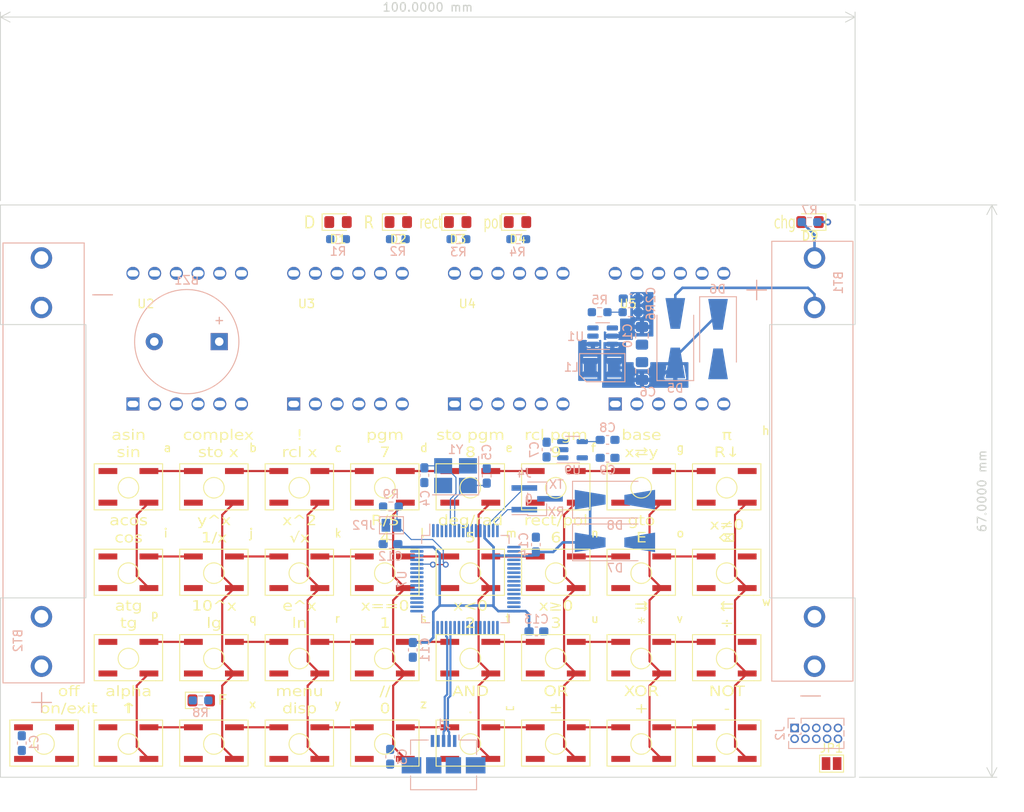
<source format=kicad_pcb>
(kicad_pcb (version 20221018) (generator pcbnew)
  (layers (0 "F.Cu" signal) (31 "B.Cu" signal) (34 "B.Paste" user) (35 "F.Paste" user) (36 "B.SilkS" user "B.Silkscreen") (37 "F.SilkS" user "F.Silkscreen") (38 "B.Mask" user) (39 "F.Mask" user) (44 "Edge.Cuts" user))
  (net 0 "")
  (net 1 "+BATT")
  (net 2 "GND")
  (net 3 "Net-(BZ1--)")
  (net 4 "Net-(U7-PB12)")
  (net 5 "+5V")
  (net 6 "Net-(U1-FB)")
  (net 7 "Net-(J1-Shield)")
  (net 8 "Net-(U7-PH0)")
  (net 9 "Net-(U7-PH1)")
  (net 10 "Net-(U9-ADJ)")
  (net 11 "+3V3")
  (net 12 "Net-(D1-K)")
  (net 13 "Net-(D2-K)")
  (net 14 "Net-(D3-K)")
  (net 15 "Net-(D4-K)")
  (net 16 "Vusb")
  (net 17 "/VDD_MCU")
  (net 18 "Net-(D9-K)")
  (net 19 "/USB_D-")
  (net 20 "/USB_D+")
  (net 22 "/swdio")
  (net 23 "/swclk")
  (net 28 "/rst")
  (net 29 "Net-(JP2-A)")
  (net 30 "/LD1")
  (net 31 "/LD2")
  (net 32 "/LD3")
  (net 33 "/LD4")
  (net 34 "Net-(D10-K)")
  (net 35 "/Keys/R1")
  (net 36 "/Keys/R2")
  (net 37 "/Keys/R3")
  (net 38 "/Keys/R4")
  (net 39 "/Keys/K1")
  (net 40 "/Keys/K2")
  (net 41 "/Keys/K3")
  (net 42 "/Keys/K4")
  (net 43 "/Keys/K5")
  (net 44 "/Keys/K6")
  (net 45 "/Keys/K7")
  (net 46 "/Keys/K8")
  (net 47 "/D5")
  (net 48 "/D4")
  (net 49 "/DISP0")
  (net 50 "/A1")
  (net 51 "/A0")
  (net 52 "/D0")
  (net 53 "/D1")
  (net 54 "/D2")
  (net 55 "/D3")
  (net 56 "/D6")
  (net 57 "/DISP1")
  (net 58 "/DISP2")
  (net 59 "/DISP3")
  (net 61 "/USART4_TX")
  (net 62 "/USART4_RX")
  (net 63 "/LD5")
  (net 71 "/SWDIO")
  (net 72 "/SWCLK")
  (net 75 "/5vEN")
  (net 76 "/Power/BATT{slash}2")
  (net 77 "/Power/SMPS_IN")
  (net 78 "/Power/SMPS_SW")
  (footprint "footprints:PTS526" (layer "F.Cu") (at 160.975 131 90)
    (fp_text reference "SW25" hide)
    (fp_text value "SW_Push")
  )
  (footprint "footprints:PTS526" (layer "F.Cu") (at 170.975 131 90)
    (fp_text reference "SW29" hide)
    (fp_text value "SW_Push")
  )
  (footprint "footprints:PTS526" (layer "F.Cu") (at 140.975 131 90)
    (fp_text reference "SW17" hide)
    (fp_text value "SW_Push")
  )
  (footprint "DL1414:HPDLDL-1414" (layer "F.Cu") (at 117.915 121.3)
    (fp_text reference "U3")
    (fp_text value "HPDL1414")
  )
  (footprint "LED_SMD:LED_0805_2012Metric_Pad1.15x1.40mm_HandSolder" (layer "F.Cu") (at 125.5 100)
    (fp_text reference "D1")
    (fp_text value "LED")
  )
  (footprint "footprints:PTS526" (layer "F.Cu") (at 120.975 151 90)
    (fp_text reference "SW11" hide)
    (fp_text value "SW_Push")
  )
  (footprint "LED_SMD:LED_0805_2012Metric_Pad1.15x1.40mm_HandSolder" (layer "F.Cu") (at 132.55 100)
    (fp_text reference "D2")
    (fp_text value "LED")
  )
  (footprint "DL1414:HPDLDL-1414" (layer "F.Cu") (at 136.725 121.3)
    (fp_text reference "U4")
    (fp_text value "HPDL1414")
  )
  (footprint "footprints:PTS526" (layer "F.Cu") (at 150.975 161 90)
    (fp_text reference "SW24" hide)
    (fp_text value "SW_Push")
  )
  (footprint "LED_SMD:LED_0805_2012Metric_Pad1.15x1.40mm_HandSolder" (layer "F.Cu") (at 180.725 100 180)
    (fp_text reference "D9")
    (fp_text value "LED")
  )
  (footprint "footprints:PTS526" (layer "F.Cu") (at 100.975 161 90)
    (fp_text reference "SW4" hide)
    (fp_text value "SW_Push")
  )
  (footprint "footprints:PTS526" (layer "F.Cu") (at 120.975 141 90)
    (fp_text reference "SW10" hide)
    (fp_text value "SW_Push")
  )
  (footprint "footprints:PTS526" (layer "F.Cu") (at 150.975 151 90)
    (fp_text reference "SW23" hide)
    (fp_text value "SW_Push")
  )
  (footprint "DL1414:HPDLDL-1414" (layer "F.Cu") (at 155.535 121.3)
    (fp_text reference "U5")
    (fp_text value "HPDL1414")
  )
  (footprint "Jumper:SolderJumper-2_P1.3mm_Open_Pad1.0x1.5mm" (layer "F.Cu") (at 183.25 163.4)
    (fp_text reference "JP1")
    (fp_text value "SolderJumper_2_Open")
  )
  (footprint "footprints:PTS526" (layer "F.Cu") (at 110.975 131 90)
    (fp_text reference "SW5" hide)
    (fp_text value "SW_Push")
  )
  (footprint "footprints:PTS526" (layer "F.Cu") (at 120.975 131 90)
    (fp_text reference "SW9" hide)
    (fp_text value "SW_Push")
  )
  (footprint "footprints:PTS526" (layer "F.Cu") (at 160.975 151 90)
    (fp_text reference "SW27" hide)
    (fp_text value "SW_Push")
  )
  (footprint "footprints:PTS526" (layer "F.Cu") (at 130.975 151 90)
    (fp_text reference "SW15" hide)
    (fp_text value "SW1")
  )
  (footprint "footprints:PTS526" (layer "F.Cu") (at 120.975 161 90)
    (fp_text reference "SW12" hide)
    (fp_text value "SW_Push")
  )
  (footprint "footprints:PTS526" (layer "F.Cu") (at 140.975 141 90)
    (fp_text reference "SW18" hide)
    (fp_text value "SW_Push")
  )
  (footprint "footprints:PTS526" (layer "F.Cu") (at 130.975 141 90)
    (fp_text reference "SW14" hide)
    (fp_text value "SW_Push")
  )
  (footprint "footprints:PTS526" (layer "F.Cu") (at 170.975 161 90)
    (fp_text reference "SW32" hide)
    (fp_text value "SW_Push")
  )
  (footprint "footprints:PTS526" (layer "F.Cu") (at 110.975 161 90)
    (fp_text reference "SW8" hide)
    (fp_text value "SW_Push")
  )
  (footprint "footprints:PTS526" (layer "F.Cu") (at 130.975 161 90)
    (fp_text reference "SW16" hide)
    (fp_text value "SW_Push")
  )
  (footprint "footprints:PTS526" (layer "F.Cu") (at 140.975 161 90)
    (fp_text reference "SW20" hide)
    (fp_text value "SW_Push")
  )
  (footprint "footprints:PTS526" (layer "F.Cu") (at 160.975 161 90)
    (fp_text reference "SW28" hide)
    (fp_text value "SW_Push")
  )
  (footprint "footprints:PTS526" (layer "F.Cu") (at 170.975 151 90)
    (fp_text reference "SW31" hide)
    (fp_text value "SW_Push")
  )
  (footprint "footprints:PTS526" (layer "F.Cu") (at 160.975 141 90)
    (fp_text reference "SW26" hide)
    (fp_text value "SW_Push")
  )
  (footprint "LED_SMD:LED_0805_2012Metric_Pad1.15x1.40mm_HandSolder" (layer "F.Cu") (at 139.5 100)
    (fp_text reference "D3")
    (fp_text value "LED")
  )
  (footprint "footprints:PTS526" (layer "F.Cu") (at 140.975 151 90)
    (fp_text reference "SW19" hide)
    (fp_text value "SW_Push")
  )
  (footprint "footprints:PTS526" (layer "F.Cu") (at 100.975 141 90)
    (fp_text reference "SW2" hide)
    (fp_text value "SW_Push")
  )
  (footprint "footprints:PTS526" (layer "F.Cu") (at 150.975 131 90)
    (fp_text reference "SW21" hide)
    (fp_text value "SW_Push")
  )
  (footprint "footprints:PTS526" (layer "F.Cu") (at 110.975 151 90)
    (fp_text reference "SW7" hide)
    (fp_text value "SW_Push")
  )
  (footprint "footprints:PTS526" (layer "F.Cu") (at 110.975 141 90)
    (fp_text reference "SW6" hide)
    (fp_text value "SW_Push")
  )
  (footprint "footprints:PTS526" (layer "F.Cu") (at 100.975 151 90)
    (fp_text reference "SW3" hide)
    (fp_text value "SW_Push")
  )
  (footprint "footprints:PTS526" (layer "F.Cu") (at 150.975 141 90)
    (fp_text reference "SW22" hide)
    (fp_text value "SW_Push")
  )
  (footprint "DL1414:HPDLDL-1414" (layer "F.Cu") (at 99.105 121.3)
    (fp_text reference "U2")
    (fp_text value "HPDL1414")
  )
  (footprint "footprints:PTS526" (layer "F.Cu") (at 91.1 161 90)
    (fp_text reference "SWON_OFF1" hide)
    (fp_text value "SW_Push")
  )
  (footprint "footprints:PTS526" (layer "F.Cu") (at 170.975 141 90)
    (fp_text reference "SW30" hide)
    (fp_text value "SW_Push")
  )
  (footprint "footprints:PTS526" (layer "F.Cu") (at 130.975 131 90)
    (fp_text reference "SW13" hide)
    (fp_text value "SW_Push")
  )
  (footprint "footprints:PTS526" (layer "F.Cu") (at 100.975 131 90)
    (fp_text reference "SW1" hide)
    (fp_text value "SW_Push")
  )
  (footprint "LED_SMD:LED_0805_2012Metric_Pad1.15x1.40mm_HandSolder" (layer "F.Cu") (at 109.5 156)
    (fp_text reference "D10" hide)
    (fp_text value "LED")
  )
  (footprint "LED_SMD:LED_0805_2012Metric_Pad1.15x1.40mm_HandSolder" (layer "F.Cu") (at 146.5 100)
    (fp_text reference "D4")
    (fp_text value "LED")
  )
  (footprint "Capacitor_SMD:C_0603_1608Metric_Pad1.08x0.95mm_HandSolder" (layer "B.Cu") (at 135.6 129.6375 90)
    (fp_text reference "C4")
    (fp_text value "16p")
  )
  (footprint "Capacitor_SMD:C_0805_2012Metric_Pad1.18x1.45mm_HandSolder" (layer "B.Cu") (at 161.0625 117.4375 90)
    (fp_text reference "C6")
    (fp_text value "10u")
  )
  (footprint "Resistor_SMD:R_0603_1608Metric_Pad0.98x0.95mm_HandSolder" (layer "B.Cu") (at 156.1125 110.55 180)
    (fp_text reference "R5")
    (fp_text value "75k")
  )
  (footprint "Connector_PinHeader_1.27mm:PinHeader_1x03_P1.27mm_Vertical_SMD_Pin1Left" (layer "B.Cu") (at 148.8 132.4)
    (fp_text reference "J4")
    (fp_text value "Conn_01x03_Pin")
  )
  (footprint "Connector_USB:USB_Micro-B_Amphenol_10104110_Horizontal" (layer "B.Cu") (at 137.85 162.3 180)
    (fp_text reference "J1")
    (fp_text value "USB_B_Micro")
  )
  (footprint "Package_QFP:LQFP-64_10x10mm_P0.5mm" (layer "B.Cu") (at 140.4 141.8 -90)
    (fp_text reference "U7")
    (fp_text value "STM32L476RCT6")
  )
  (footprint "footprints:Keystone 92 pair" (layer "B.Cu") (at 88.3 148.7 90)
    (fp_text reference "BT2")
    (fp_text value "AA")
  )
  (footprint "Diode_SMD:D_SMA-SMB_Universal_Handsoldering" (layer "B.Cu") (at 164.9625 113.6 90)
    (fp_text reference "D6")
    (fp_text value "SS14W")
  )
  (footprint "footprints:HPC-BM" (layer "B.Cu") (at 156.4125 117.05 90)
    (fp_text reference "L1")
    (fp_text value "HPC 5040NF-4R7M")
  )
  (footprint "Capacitor_SMD:C_0603_1608Metric_Pad1.08x0.95mm_HandSolder" (layer "B.Cu") (at 148.65 137.7625 -90)
    (fp_text reference "C14")
    (fp_text value ".1u")
  )
  (footprint "Diode_SMD:D_SMA-SMB_Universal_Handsoldering" (layer "B.Cu") (at 157.9 137.5)
    (fp_text reference "D7")
    (fp_text value "SS14W")
  )
  (footprint "Resistor_SMD:R_0603_1608Metric_Pad0.98x0.95mm_HandSolder" (layer "B.Cu") (at 131.6875 133.3 180)
    (fp_text reference "R9")
    (fp_text value "10k")
  )
  (footprint "Capacitor_SMD:C_0603_1608Metric_Pad1.08x0.95mm_HandSolder" (layer "B.Cu") (at 142.9 129.7 90)
    (fp_text reference "C5")
    (fp_text value "16p")
  )
  (footprint "Diode_SMD:D_SMA-SMB_Universal_Handsoldering" (layer "B.Cu") (at 157.9 132.5)
    (fp_text reference "D8")
    (fp_text value "SS14W")
  )
  (footprint "Capacitor_SMD:C_0603_1608Metric_Pad1.08x0.95mm_HandSolder" (layer "B.Cu") (at 131.6 162.6 90)
    (fp_text reference "C3")
    (fp_text value "C")
  )
  (footprint "Package_TO_SOT_SMD:SOT-23-5" (layer "B.Cu") (at 152.9375 126.65)
    (fp_text reference "U9")
    (fp_text value "AP2210K-3.3TRG1")
  )
  (footprint "Buzzer_Beeper:Buzzer_12x9.5RM7.6" (layer "B.Cu") (at 111.6 114 180)
    (fp_text reference "BZ1")
    (fp_text value "Buzzer")
  )
  (footprint "Capacitor_SMD:C_0603_1608Metric_Pad1.08x0.95mm_HandSolder" (layer "B.Cu") (at 88.5 161 90)
    (fp_text reference "C1")
    (fp_text value "10n")
  )
  (footprint "Resistor_SMD:R_0603_1608Metric_Pad0.98x0.95mm_HandSolder" (layer "B.Cu") (at 159.7125 110.55 180)
    (fp_text reference "R6")
    (fp_text value "680k")
  )
  (footprint "Package_TO_SOT_SMD:SOT-23-6" (layer "B.Cu") (at 156.4625 113.35)
    (fp_text reference "U1")
    (fp_text value "TLV61070A")
  )
  (footprint "Capacitor_SMD:C_0603_1608Metric_Pad1.08x0.95mm_HandSolder" (layer "B.Cu") (at 134.25 150.0875 90)
    (fp_text reference "C11")
    (fp_text value ".1u")
  )
  (footprint "Resistor_SMD:R_0603_1608Metric_Pad0.98x0.95mm_HandSolder" (layer "B.Cu") (at 109.4125 156)
    (fp_text reference "R8")
    (fp_text value "200")
  )
  (footprint "Capacitor_SMD:C_0603_1608Metric_Pad1.08x0.95mm_HandSolder" (layer "B.Cu") (at 157.0375 125.5 180)
    (fp_text reference "C8")
    (fp_text value ".1u")
  )
  (footprint "Jumper:SolderJumper-2_P1.3mm_Open_Pad1.0x1.5mm" (layer "B.Cu") (at 131.75 135.5 180)
    (fp_text reference "JP2")
    (fp_text value "SolderJumper_2_Open")
  )
  (footprint "Resistor_SMD:R_0603_1608Metric_Pad0.98x0.95mm_HandSolder" (layer "B.Cu") (at 180.6625 100 180)
    (fp_text reference "R7")
    (fp_text value "120")
  )
  (footprint "Diode_SMD:D_SMA-SMB_Universal_Handsoldering" (layer "B.Cu") (at 169.9625 113.7 -90)
    (fp_text reference "D5")
    (fp_text value "SS14W")
  )
  (footprint "Capacitor_SMD:C_0603_1608Metric_Pad1.08x0.95mm_HandSolder" (layer "B.Cu") (at 131.6375 137.7)
    (fp_text reference "C12")
    (fp_text value ".1u")
  )
  (footprint "Capacitor_SMD:C_0603_1608Metric_Pad1.08x0.95mm_HandSolder" (layer "B.Cu") (at 157.0375 127.6)
    (fp_text reference "C9")
    (fp_text value "2.2u")
  )
  (footprint "Resistor_SMD:R_0603_1608Metric_Pad0.98x0.95mm_HandSolder" (layer "B.Cu") (at 139.5875 102 180)
    (fp_text reference "R3")
    (fp_text value "200")
  )
  (footprint "Capacitor_SMD:C_0603_1608Metric_Pad1.08x0.95mm_HandSolder" (layer "B.Cu") (at 149.9 126.6375 -90)
    (fp_text reference "C7")
    (fp_text value "2.2u")
  )
  (footprint "Capacitor_SMD:C_0603_1608Metric_Pad1.08x0.95mm_HandSolder" (layer "B.Cu") (at 148.7125 147.925 180)
    (fp_text reference "C13")
    (fp_text value ".1u")
  )
  (footprint "Connector_PinHeader_1.27mm:PinHeader_2x05_P1.27mm_Vertical" (layer "B.Cu") (at 178.92 159.23 -90)
    (fp_text reference "J2")
    (fp_text value "Conn_ARM_JTAG_SWD_10")
  )
  (footprint "footprints:Keystone 92 pair" (layer "B.Cu") (at 183.75 107.5 -90)
    (fp_text reference "BT1")
    (fp_text value "AA")
  )
  (footprint "Resistor_SMD:R_0603_1608Metric_Pad0.98x0.95mm_HandSolder" (layer "B.Cu") (at 132.5 102)
    (fp_text reference "R2")
    (fp_text value "200")
  )
  (footprint "Resistor_SMD:R_0603_1608Metric_Pad0.98x0.95mm_HandSolder" (layer "B.Cu") (at 125.5 102)
    (fp_text reference "R1")
    (fp_text value "200")
  )
  (footprint "Crystal:Crystal_SMD_3225-4Pin_3.2x2.5mm_HandSoldering" (layer "B.Cu") (at 139.25 129.6875 180)
    (fp_text reference "Y1")
    (fp_text value "RH100-24.000-8-1015-EXT-TR-NS1")
  )
  (footprint "Resistor_SMD:R_0603_1608Metric_Pad0.98x0.95mm_HandSolder" (layer "B.Cu") (at 146.5875 102 180)
    (fp_text reference "R4")
    (fp_text value "200")
  )
  (footprint "Capacitor_SMD:C_0805_2012Metric_Pad1.18x1.45mm_HandSolder" (layer "B.Cu") (at 161.0625 113.3125 -90)
    (fp_text reference "C10")
    (fp_text value "10u")
  )
  (footprint "Capacitor_SMD:C_0603_1608Metric_Pad1.08x0.95mm_HandSolder" (layer "B.Cu") (at 159.7375 108.95 180)
    (fp_text reference "C2")
    (fp_text value "DNF")
  )
  (gr_poly (pts (xy 86 144) (xy 96 144) (xy 96 112) (xy 86 112) (xy 86 98) (xy 113 98) (xy 115 98) (xy 186 98) (xy 186 112) (xy 176 112) (xy 176 144) (xy 186 144) (xy 186 165) (xy 86 165)) (stroke (width 0.1)) (fill none) (layer "Edge.Cuts"))
  (gr_text "TX" (at 152 131.3) (layer "B.SilkS") (effects (font (size 1 1)) (justify left bottom mirror)))
  (gr_text "RX" (at 152.1 134.5) (layer "B.SilkS") (effects (font (size 1 1)) (justify left bottom mirror)))
  (gr_text "0" (at 148.4 133) (layer "B.SilkS") (effects (font (size 1 1)) (justify left bottom mirror)))
  (gr_text "y^x\n1/x" (at 111 136) (layer "F.SilkS") (effects (font (size 1.2 1.4))))
  (gr_text "w" (at 175 145) (layer "F.SilkS") (effects (font (size 1 1)) (justify left bottom)))
  (gr_text "gto\nE" (at 161 136) (layer "F.SilkS") (effects (font (size 1.2 1.4))))
  (gr_text "f" (at 155 127) (layer "F.SilkS") (effects (font (size 1 1)) (justify left bottom)))
  (gr_text "x^2\n√x" (at 121 136) (layer "F.SilkS") (effects (font (size 1.2 1.4))))
  (gr_text "!\nrcl x" (at 121 126) (layer "F.SilkS") (effects (font (size 1.2 1.4))))
  (gr_text "R/S\n4" (at 131 136) (layer "F.SilkS") (effects (font (size 1.2 1.4))))
  (gr_text "l" (at 135 137) (layer "F.SilkS") (effects (font (size 1 1)) (justify left bottom)))
  (gr_text "⇉\n*" (at 161 146) (layer "F.SilkS") (effects (font (size 1.2 1.4))))
  (gr_text "rect" (at 135.025 101) (layer "F.SilkS") (effects (font (size 1.5 1)) (justify left bottom)))
  (gr_text "off\non/exit" (at 94 156) (layer "F.SilkS") (effects (font (size 1.2 1.4))))
  (gr_text "z" (at 135 157) (layer "F.SilkS") (effects (font (size 1 1)) (justify left bottom)))
  (gr_text "OR\n±" (at 151 156) (layer "F.SilkS") (effects (font (size 1.2 1.4))))
  (gr_text "deg/rad\n5" (at 141 136) (layer "F.SilkS") (effects (font (size 1.2 1.4))))
  (gr_text "x" (at 115 157) (layer "F.SilkS") (effects (font (size 1 1)) (justify left bottom)))
  (gr_text "π\nR↓" (at 171 126) (layer "F.SilkS") (effects (font (size 1.2 1.4))))
  (gr_text "R" (at 128.525 101) (layer "F.SilkS") (effects (font (size 1.5 1.2)) (justify left bottom)))
  (gr_text "10^x\nlg" (at 111 146) (layer "F.SilkS") (effects (font (size 1.2 1.4))))
  (gr_text "rcl pgm\n9" (at 151 126) (layer "F.SilkS") (effects (font (size 1.2 1.4))))
  (gr_text "⇇\n÷" (at 171 146) (layer "F.SilkS") (effects (font (size 1.2 1.4))))
  (gr_text "chg" (at 176.5 101) (layer "F.SilkS") (effects (font (size 1.5 1)) (justify left bottom)))
  (gr_text "m" (at 145 137) (layer "F.SilkS") (effects (font (size 1 1)) (justify left bottom)))
  (gr_text "sto pgm\n8" (at 141 126) (layer "F.SilkS") (effects (font (size 1.2 1.4))))
  (gr_text "g" (at 165 127) (layer "F.SilkS") (effects (font (size 1 1)) (justify left bottom)))
  (gr_text "u" (at 155 147) (layer "F.SilkS") (effects (font (size 1 1)) (justify left bottom)))
  (gr_text "s" (at 135 147) (layer "F.SilkS") (effects (font (size 1 1)) (justify left bottom)))
  (gr_text "b" (at 115 127) (layer "F.SilkS") (effects (font (size 1 1)) (justify left bottom)))
  (gr_text "n" (at 155 137) (layer "F.SilkS") (effects (font (size 1 1)) (justify left bottom)))
  (gr_text "pol" (at 142.525 101) (layer "F.SilkS") (effects (font (size 1.5 1)) (justify left bottom)))
  (gr_text "o" (at 165 137) (layer "F.SilkS") (effects (font (size 1 1)) (justify left bottom)))
  (gr_text "d" (at 135 127) (layer "F.SilkS") (effects (font (size 1 1)) (justify left bottom)))
  (gr_text "v" (at 165 147) (layer "F.SilkS") (effects (font (size 1 1)) (justify left bottom)))
  (gr_text "base\nx⇄y" (at 161 126) (layer "F.SilkS") (effects (font (size 1.2 1.4))))
  (gr_text "t" (at 145 147) (layer "F.SilkS") (effects (font (size 1 1)) (justify left bottom)))
  (gr_text "acos\ncos" (at 101 136) (layer "F.SilkS") (effects (font (size 1.2 1.4))))
  (gr_text "AND\n." (at 141 156) (layer "F.SilkS") (effects (font (size 1.2 1.4))))
  (gr_text "c" (at 125 127) (layer "F.SilkS") (effects (font (size 1 1)) (justify left bottom)))
  (gr_text "x≥0\n3" (at 151 146) (layer "F.SilkS") (effects (font (size 1.2 1.4))))
  (gr_text "␣" (at 145 157) (layer "F.SilkS") (effects (font (size 1 1.4)) (justify left bottom)))
  (gr_text "⌫" (at 171 137.5) (layer "F.SilkS") (effects (font (size 1.1 1.2)) (justify bottom)))
  (gr_text "r" (at 125 147) (layer "F.SilkS") (effects (font (size 1 1)) (justify left bottom)))
  (gr_text "NOT\n-" (at 171 156) (layer "F.SilkS") (effects (font (size 1.2 1.4))))
  (gr_text "e" (at 145 127) (layer "F.SilkS") (effects (font (size 1 1)) (justify left bottom)))
  (gr_text "x≠0" (at 171 135.5) (layer "F.SilkS") (effects (font (size 1.2 1.4))))
  (gr_text "alpha" (at 101 155) (layer "F.SilkS") (effects (font (size 1.2 1.4))))
  (gr_text "rect/pol\n6" (at 151 136) (layer "F.SilkS") (effects (font (size 1.2 1.4))))
  (gr_text "pgm\n7" (at 131 126) (layer "F.SilkS") (effects (font (size 1.2 1.4))))
  (gr_text "//\n0" (at 131 156) (layer "F.SilkS") (effects (font (size 1.2 1.4))))
  (gr_text "x<0\n2" (at 141 146) (layer "F.SilkS") (effects (font (size 1.2 1.4))))
  (gr_text "i" (at 105 137) (layer "F.SilkS") (effects (font (size 1 1)) (justify left bottom)))
  (gr_text "D" (at 121.525 101) (layer "F.SilkS") (effects (font (size 1.5 1.2)) (justify left bottom)))
  (gr_text "y" (at 125 157) (layer "F.SilkS") (effects (font (size 1 1)) (justify left bottom)))
  (gr_text "↑" (at 101 157) (layer "F.SilkS") (effects (font (size 1.2 1.8) (thickness 0.24) bold)))
  (gr_text "q" (at 115 147) (layer "F.SilkS") (effects (font (size 1 1)) (justify left bottom)))
  (gr_text "XOR\n+" (at 161 156) (layer "F.SilkS") (effects (font (size 1.2 1.4))))
  (gr_text "asin\nsin" (at 101 126) (layer "F.SilkS") (effects (font (size 1.2 1.4))))
  (gr_text "menu\ndisp" (at 121 156) (layer "F.SilkS") (effects (font (size 1.2 1.4))))
  (gr_text "e^x\nln" (at 121 146) (layer "F.SilkS") (effects (font (size 1.2 1.4))))
  (gr_text "complex\nsto x" (at 111.5 126) (layer "F.SilkS") (effects (font (size 1.2 1.4))))
  (gr_text "h" (at 175 125) (layer "F.SilkS") (effects (font (size 1 1)) (justify left bottom)))
  (gr_text "x==0\n1" (at 131 146) (layer "F.SilkS") (effects (font (size 1.2 1.4))))
  (gr_text "F" (at 112 156) (layer "F.SilkS") (effects (font (size 1.2 1.4))))
  (gr_text "k" (at 125 137) (layer "F.SilkS") (effects (font (size 1 1)) (justify left bottom)))
  (gr_text "j" (at 115 137) (layer "F.SilkS") (effects (font (size 1 1)) (justify left bottom)))
  (gr_text "p" (at 103.5 146.5) (layer "F.SilkS") (effects (font (size 1 1)) (justify left bottom)))
  (gr_text "a" (at 105 127) (layer "F.SilkS") (effects (font (size 1 1)) (justify left bottom)))
  (gr_text "atg\ntg" (at 101 146) (layer "F.SilkS") (effects (font (size 1.2 1.4))))
  (dimension (type aligned) (layer "Edge.Cuts") (pts (xy 186 98) (xy 186 165)) (height -16) (gr_text "67.0000 mm" (at 200.85 131.5 90) (layer "Edge.Cuts") (effects (font (size 1 1) (thickness 0.15)))) (format (prefix "") (suffix "") (units 3) (units_format 1) (precision 4)) (style (thickness 0.1) (arrow_length 1.27) (text_position_mode 0) (extension_height 0.58642) (extension_offset 0.5) keep_text_aligned))
  (dimension (type aligned) (layer "Edge.Cuts") (pts (xy 86 98) (xy 186 98)) (height -22) (gr_text "100.0000 mm" (at 136 74.85) (layer "Edge.Cuts") (effects (font (size 1 1) (thickness 0.15)))) (format (prefix "") (suffix "") (units 3) (units_format 1) (precision 4)) (style (thickness 0.1) (arrow_length 1.27) (text_position_mode 0) (extension_height 0.58642) (extension_offset 0.5) keep_text_aligned))
  (segment (start 181.25 108.45) (end 181.25 110) (width 0.3) (layer "B.Cu") (net 1))
  (segment (start 164.9625 110.7) (end 164.9625 108.5375) (width 0.3) (layer "B.Cu") (net 1))
  (segment (start 180.5 107.7) (end 181.25 108.45) (width 0.3) (layer "B.Cu") (net 1))
  (segment (start 181.25 104.2) (end 181.25 101.5) (width 0.3) (layer "B.Cu") (net 1))
  (segment (start 164.9625 108.5375) (end 165.8 107.7) (width 0.3) (layer "B.Cu") (net 1))
  (segment (start 165.8 107.7) (end 180.5 107.7) (width 0.3) (layer "B.Cu") (net 1))
  (segment (start 181.25 101.5) (end 179.75 100) (width 0.3) (layer "B.Cu") (net 1))
  (segment (start 157.025 110.55) (end 158.8 110.55) (width 0.128) (layer "B.Cu") (net 6))
  (segment (start 158.8 110.55) (end 158.8 109.025) (width 0.128) (layer "B.Cu") (net 6))
  (segment (start 158.8 109.025) (end 158.875 108.95) (width 0.128) (layer "B.Cu") (net 6))
  (segment (start 137.9375 128.5375) (end 137.8 128.5375) (width 0.128) (layer "B.Cu") (net 8))
  (segment (start 138.65 132.423638) (end 139.3 131.773638) (width 0.128) (layer "B.Cu") (net 8))
  (segment (start 135.8375 128.5375) (end 137.8 128.5375) (width 0.128) (layer "B.Cu") (net 8))
  (segment (start 139.3 129.9) (end 137.9375 128.5375) (width 0.128) (layer "B.Cu") (net 8))
  (segment (start 138.65 136.125) (end 138.65 132.423638) (width 0.128) (layer "B.Cu") (net 8))
  (segment (start 139.3 131.773638) (end 139.3 129.9) (width 0.128) (layer "B.Cu") (net 8))
  (segment (start 135.6 128.775) (end 135.8375 128.5375) (width 0.128) (layer "B.Cu") (net 8))
  (segment (start 142.625 130.8375) (end 140.7 130.8375) (width 0.128) (layer "B.Cu") (net 9))
  (segment (start 142.9 130.5625) (end 142.625 130.8375) (width 0.128) (layer "B.Cu") (net 9))
  (segment (start 140.7 130.8375) (end 139.15 132.3875) (width 0.128) (layer "B.Cu") (net 9))
  (segment (start 139.15 132.3875) (end 139.15 136.125) (width 0.128) (layer "B.Cu") (net 9))
  (segment (start 154.075 125.7) (end 155.975 125.7) (width 0.128) (layer "B.Cu") (net 10))
  (segment (start 155.975 125.7) (end 156.175 125.5) (width 0.128) (layer "B.Cu") (net 10))
  (segment (start 147.85 147.925) (end 147.85 145.95) (width 0.3) (layer "B.Cu") (net 17))
  (segment (start 136.65 147.475) (end 136.65 148.65) (width 0.3) (layer "B.Cu") (net 17))
  (segment (start 147.45 145.55) (end 146.075 145.55) (width 0.3) (layer "B.Cu") (net 17))
  (segment (start 146.075 139.05) (end 143.75 139.05) (width 0.3) (layer "B.Cu") (net 17))
  (segment (start 148.65 138.625) (end 148.225 139.05) (width 0.3) (layer "B.Cu") (net 17))
  (segment (start 143.7 139.1) (end 143.7 138.051041) (width 0.3) (layer "B.Cu") (net 17))
  (segment (start 136.65 138.05) (end 137.4 138.8) (width 0.3) (layer "B.Cu") (net 17))
  (segment (start 148.225 139.05) (end 146.075 139.05) (width 0.3) (layer "B.Cu") (net 17))
  (segment (start 136.65 148.65) (end 136.075 149.225) (width 0.3) (layer "B.Cu") (net 17))
  (segment (start 151.8 137.5) (end 155 137.5) (width 0.3) (layer "B.Cu") (net 17))
  (segment (start 143.6 144.9) (end 143.7 145) (width 0.3) (layer "B.Cu") (net 17))
  (segment (start 148.65 138.625) (end 150.675 138.625) (width 0.3) (layer "B.Cu") (net 17))
  (segment (start 143.7 145) (end 143.7 139.1) (width 0.3) (layer "B.Cu") (net 17))
  (segment (start 137.4 138.8) (end 137.4 144.9) (width 0.3) (layer "B.Cu") (net 17))
  (segment (start 134.725 138.05) (end 136.65 138.05) (width 0.3) (layer "B.Cu") (net 17))
  (segment (start 146.075 145.55) (end 144.25 145.55) (width 0.3) (layer "B.Cu") (net 17))
  (segment (start 147.85 145.95) (end 147.45 145.55) (width 0.3) (layer "B.Cu") (net 17))
  (segment (start 150.675 138.625) (end 151.8 137.5) (width 0.3) (layer "B.Cu") (net 17))
  (segment (start 134.725 138.05) (end 132.85 138.05) (width 0.3) (layer "B.Cu") (net 17))
  (segment (start 144.25 145.55) (end 143.7 145) (width 0.3) (layer "B.Cu") (net 17))
  (segment (start 132.85 138.05) (end 132.5 137.7) (width 0.3) (layer "B.Cu") (net 17))
  (segment (start 137.4 144.9) (end 143.6 144.9) (width 0.3) (layer "B.Cu") (net 17))
  (segment (start 142.65 137.001041) (end 142.65 136.125) (width 0.3) (layer "B.Cu") (net 17))
  (segment (start 143.7 138.051041) (end 142.65 137.001041) (width 0.3) (layer "B.Cu") (net 17))
  (segment (start 136.075 149.225) (end 134.25 149.225) (width 0.3) (layer "B.Cu") (net 17))
  (segment (start 136.65 147.475) (end 136.65 145.65) (width 0.3) (layer "B.Cu") (net 17))
  (segment (start 136.65 145.65) (end 137.4 144.9) (width 0.3) (layer "B.Cu") (net 17))
  (segment (start 143.75 139.05) (end 143.7 139.1) (width 0.3) (layer "B.Cu") (net 17))
  (segment (start 155 132.5) (end 155 137.5) (width 0.3) (layer "B.Cu") (net 17))
  (segment (start 182.8 100) (end 181.75 100) (width 0.25) (layer "F.Cu") (net 18))
  (via (at 182.8 100) (size 0.8) (drill 0.4) (layers "F.Cu" "B.Cu") (net 18))
  (segment (start 181.575 100) (end 182.8 100) (width 0.25) (layer "B.Cu") (net 18))
  (segment (start 138.65 155.46658) (end 138.65 147.475) (width 0.25) (layer "B.Cu") (net 19))
  (segment (start 138.3635 159.5635) (end 138.3635 155.75308) (width 0.25) (layer "B.Cu") (net 19))
  (segment (start 138.5 159.7) (end 138.3635 159.5635) (width 0.25) (layer "B.Cu") (net 19))
  (segment (start 138.5 160.75) (end 138.5 159.7) (width 0.25) (layer "B.Cu") (net 19))
  (segment (start 138.3635 155.75308) (end 138.65 155.46658) (width 0.25) (layer "B.Cu") (net 19))
  (segment (start 138.15 148.5) (end 138.15 147.475) (width 0.25) (layer "B.Cu") (net 20))
  (segment (start 138.273 148.623) (end 138.15 148.5) (width 0.25) (layer "B.Cu") (net 20))
  (segment (start 137.85 159.6635) (end 137.9865 159.527) (width 0.25) (layer "B.Cu") (net 20))
  (segment (start 137.9865 155.59692) (end 138.273 155.31042) (width 0.25) (layer "B.Cu") (net 20))
  (segment (start 137.9865 159.527) (end 137.9865 155.59692) (width 0.25) (layer "B.Cu") (net 20))
  (segment (start 137.85 160.75) (end 137.85 159.6635) (width 0.25) (layer "B.Cu") (net 20))
  (segment (start 138.273 155.31042) (end 138.273 148.623) (width 0.25) (layer "B.Cu") (net 20))
  (segment (start 136.6 140.1) (end 138.0995 140.1) (width 0.128) (layer "F.Cu") (net 29))
  (via (at 138.0995 140.1) (size 0.7) (drill 0.4) (layers "F.Cu" "B.Cu") (net 29))
  (via (at 136.6 140.1) (size 0.7) (drill 0.4) (layers "F.Cu" "B.Cu") (net 29))
  (segment (start 132.4 135.5) (end 132.4 133.5) (width 0.128) (layer "B.Cu") (net 29))
  (segment (start 137.814 139.8145) (end 137.814 138.414) (width 0.128) (layer "B.Cu") (net 29))
  (segment (start 136.55 140.05) (end 136.6 140.1) (width 0.128) (layer "B.Cu") (net 29))
  (segment (start 134.725 140.05) (end 136.55 140.05) (width 0.128) (layer "B.Cu") (net 29))
  (segment (start 138.0995 140.1) (end 137.814 139.8145) (width 0.128) (layer "B.Cu") (net 29))
  (segment (start 137.814 138.414) (end 136.564 137.164) (width 0.128) (layer "B.Cu") (net 29))
  (segment (start 136.564 137.164) (end 134.064 137.164) (width 0.128) (layer "B.Cu") (net 29))
  (segment (start 132.4 133.5) (end 132.6 133.3) (width 0.128) (layer "B.Cu") (net 29))
  (segment (start 134.064 137.164) (end 132.4 135.5) (width 0.128) (layer "B.Cu") (net 29))
  (segment (start 158.575 129.15) (end 153.375 129.15) (width 0.25) (layer "F.Cu") (net 35))
  (segment (start 118.575 129.15) (end 113.375 129.15) (width 0.25) (layer "F.Cu") (net 35))
  (segment (start 138.575 129.15) (end 133.375 129.15) (width 0.25) (layer "F.Cu") (net 35))
  (segment (start 108.575 129.15) (end 103.375 129.15) (width 0.25) (layer "F.Cu") (net 35))
  (segment (start 128.575 129.15) (end 123.375 129.15) (width 0.25) (layer "F.Cu") (net 35))
  (segment (start 168.575 129.15) (end 163.375 129.15) (width 0.25) (layer "F.Cu") (net 35))
  (segment (start 148.575 129.15) (end 143.375 129.15) (width 0.25) (layer "F.Cu") (net 35))
  (segment (start 103.375 139.15) (end 108.575 139.15) (width 0.25) (layer "F.Cu") (net 36))
  (segment (start 133.375 139.15) (end 138.575 139.15) (width 0.25) (layer "F.Cu") (net 36))
  (segment (start 143.375 139.15) (end 148.575 139.15) (width 0.25) (layer "F.Cu") (net 36))
  (segment (start 123.375 139.15) (end 128.575 139.15) (width 0.25) (layer "F.Cu") (net 36))
  (segment (start 113.375 139.15) (end 118.575 139.15) (width 0.25) (layer "F.Cu") (net 36))
  (segment (start 153.375 139.15) (end 158.575 139.15) (width 0.25) (layer "F.Cu") (net 36))
  (segment (start 163.375 139.15) (end 168.575 139.15) (width 0.25) (layer "F.Cu") (net 36))
  (segment (start 148.575 149.15) (end 143.375 149.15) (width 0.25) (layer "F.Cu") (net 37))
  (segment (start 158.575 149.15) (end 153.375 149.15) (width 0.25) (layer "F.Cu") (net 37))
  (segment (start 108.575 149.15) (end 103.375 149.15) (width 0.25) (layer "F.Cu") (net 37))
  (segment (start 118.575 149.15) (end 113.375 149.15) (width 0.25) (layer "F.Cu") (net 37))
  (segment (start 138.575 149.15) (end 133.375 149.15) (width 0.25) (layer "F.Cu") (net 37))
  (segment (start 168.575 149.15) (end 163.375 149.15) (width 0.25) (layer "F.Cu") (net 37))
  (segment (start 128.575 149.15) (end 123.375 149.15) (width 0.25) (layer "F.Cu") (net 37))
  (segment (start 143.375 159.15) (end 148.575 159.15) (width 0.25) (layer "F.Cu") (net 38))
  (segment (start 153.375 159.15) (end 158.575 159.15) (width 0.25) (layer "F.Cu") (net 38))
  (segment (start 133.375 159.15) (end 138.575 159.15) (width 0.25) (layer "F.Cu") (net 38))
  (segment (start 163.375 159.15) (end 168.575 159.15) (width 0.25) (layer "F.Cu") (net 38))
  (segment (start 123.375 159.15) (end 128.575 159.15) (width 0.25) (layer "F.Cu") (net 38))
  (segment (start 103.375 159.15) (end 108.575 159.15) (width 0.25) (layer "F.Cu") (net 38))
  (segment (start 113.375 159.15) (end 118.575 159.15) (width 0.25) (layer "F.Cu") (net 38))
  (segment (start 101.95 141.425) (end 103.375 142.85) (width 0.25) (layer "F.Cu") (net 39))
  (segment (start 101.95 134.275) (end 101.95 141.425) (width 0.25) (layer "F.Cu") (net 39))
  (segment (start 103.375 132.85) (end 101.95 134.275) (width 0.25) (layer "F.Cu") (net 39))
  (segment (start 101.95 161.425) (end 103.375 162.85) (width 0.25) (layer "F.Cu") (net 39))
  (segment (start 103.375 152.85) (end 101.95 154.275) (width 0.25) (layer "F.Cu") (net 39))
  (segment (start 101.95 154.275) (end 101.95 161.425) (width 0.25) (layer "F.Cu") (net 39))
  (segment (start 113.375 162.85) (end 111.95 161.425) (width 0.25) (layer "F.Cu") (net 40))
  (segment (start 111.95 161.425) (end 111.95 154.275) (width 0.25) (layer "F.Cu") (net 40))
  (segment (start 111.95 151.425) (end 111.95 144.275) (width 0.25) (layer "F.Cu") (net 40))
  (segment (start 113.375 152.85) (end 111.95 151.425) (width 0.25) (layer "F.Cu") (net 40))
  (segment (start 111.95 154.275) (end 113.375 152.85) (width 0.25) (layer "F.Cu") (net 40))
  (segment (start 111.95 144.275) (end 113.375 142.85) (width 0.25) (layer "F.Cu") (net 40))
  (segment (start 113.375 142.85) (end 111.95 141.425) (width 0.25) (layer "F.Cu") (net 40))
  (segment (start 111.95 141.425) (end 111.95 134.275) (width 0.25) (layer "F.Cu") (net 40))
  (segment (start 111.95 134.275) (end 113.375 132.85) (width 0.25) (layer "F.Cu") (net 40))
  (segment (start 121.95 161.425) (end 123.375 162.85) (width 0.25) (layer "F.Cu") (net 41))
  (segment (start 121.95 151.425) (end 123.375 152.85) (width 0.25) (layer "F.Cu") (net 41))
  (segment (start 121.95 144.275) (end 121.95 151.425) (width 0.25) (layer "F.Cu") (net 41))
  (segment (start 123.375 152.85) (end 121.95 154.275) (width 0.25) (layer "F.Cu") (net 41))
  (segment (start 121.95 141.425) (end 123.375 142.85) (width 0.25) (layer "F.Cu") (net 41))
  (segment (start 123.375 132.85) (end 121.95 134.275) (width 0.25) (layer "F.Cu") (net 41))
  (segment (start 121.95 154.275) (end 121.95 161.425) (width 0.25) (layer "F.Cu") (net 41))
  (segment (start 123.375 142.85) (end 121.95 144.275) (width 0.25) (layer "F.Cu") (net 41))
  (segment (start 121.95 134.275) (end 121.95 141.425) (width 0.25) (layer "F.Cu") (net 41))
  (segment (start 131.95 144.275) (end 133.375 142.85) (width 0.25) (layer "F.Cu") (net 42))
  (segment (start 133.375 162.85) (end 131.95 161.425) (width 0.25) (layer "F.Cu") (net 42))
  (segment (start 131.95 161.425) (end 131.95 154.275) (width 0.25) (layer "F.Cu") (net 42))
  (segment (start 131.95 154.275) (end 133.375 152.85) (width 0.25) (layer "F.Cu") (net 42))
  (segment (start 133.375 142.85) (end 131.95 141.425) (width 0.25) (layer "F.Cu") (net 42))
  (segment (start 131.95 151.425) (end 131.95 144.275) (width 0.25) (layer "F.Cu") (net 42))
  (segment (start 133.375 152.85) (end 131.95 151.425) (width 0.25) (layer "F.Cu") (net 42))
  (segment (start 131.95 134.275) (end 133.375 132.85) (width 0.25) (layer "F.Cu") (net 42))
  (segment (start 131.95 141.425) (end 131.95 134.275) (width 0.25) (layer "F.Cu") (net 42))
  (segment (start 141.95 161.425) (end 143.375 162.85) (width 0.25) (layer "F.Cu") (net 43))
  (segment (start 141.95 141.425) (end 143.375 142.85) (width 0.25) (layer "F.Cu") (net 43))
  (segment (start 141.95 144.275) (end 141.95 151.425) (width 0.25) (layer "F.Cu") (net 43))
  (segment (start 143.375 132.85) (end 141.95 134.275) (width 0.25) (layer "F.Cu") (net 43))
  (segment (start 141.95 134.275) (end 141.95 141.425) (width 0.25) (layer "F.Cu") (net 43))
  (segment (start 141.95 151.425) (end 143.375 152.85) (width 0.25) (layer "F.Cu") (net 43))
  (segment (start 143.375 142.85) (end 141.95 144.275) (width 0.25) (layer "F.Cu") (net 43))
  (segment (start 141.95 154.275) (end 141.95 161.425) (width 0.25) (layer "F.Cu") (net 43))
  (segment (start 143.375 152.85) (end 141.95 154.275) (width 0.25) (layer "F.Cu") (net 43))
  (segment (start 151.95 144.275) (end 153.375 142.85) (width 0.25) (layer "F.Cu") (net 44))
  (segment (start 151.95 161.425) (end 151.95 154.275) (width 0.25) (layer "F.Cu") (net 44))
  (segment (start 153.375 152.85) (end 151.95 151.425) (width 0.25) (layer "F.Cu") (net 44))
  (segment (start 151.95 134.275) (end 153.375 132.85) (width 0.25) (layer "F.Cu") (net 44))
  (segment (start 151.95 154.275) (end 153.375 152.85) (width 0.25) (layer "F.Cu") (net 44))
  (segment (start 153.375 142.85) (end 151.95 141.425) (width 0.25) (layer "F.Cu") (net 44))
  (segment (start 151.95 151.425) (end 151.95 144.275) (width 0.25) (layer "F.Cu") (net 44))
  (segment (start 151.95 141.425) (end 151.95 134.275) (width 0.25) (layer "F.Cu") (net 44))
  (segment (start 153.375 162.85) (end 151.95 161.425) (width 0.25) (layer "F.Cu") (net 44))
  (segment (start 161.95 144.275) (end 161.95 151.425) (width 0.25) (layer "F.Cu") (net 45))
  (segment (start 161.95 151.425) (end 163.375 152.85) (width 0.25) (layer "F.Cu") (net 45))
  (segment (start 163.375 132.85) (end 161.95 134.275) (width 0.25) (layer "F.Cu") (net 45))
  (segment (start 163.375 152.85) (end 161.95 154.275) (width 0.25) (layer "F.Cu") (net 45))
  (segment (start 161.95 141.425) (end 163.375 142.85) (width 0.25) (layer "F.Cu") (net 45))
  (segment (start 161.95 134.275) (end 161.95 141.425) (width 0.25) (layer "F.Cu") (net 45))
  (segment (start 161.95 161.425) (end 163.375 162.85) (width 0.25) (layer "F.Cu") (net 45))
  (segment (start 161.95 154.275) (end 161.95 161.425) (width 0.25) (layer "F.Cu") (net 45))
  (segment (start 163.375 142.85) (end 161.95 144.275) (width 0.25) (layer "F.Cu") (net 45))
  (segment (start 171.95 134.275) (end 173.375 132.85) (width 0.25) (layer "F.Cu") (net 46))
  (segment (start 171.95 141.425) (end 171.95 134.275) (width 0.25) (layer "F.Cu") (net 46))
  (segment (start 171.95 154.275) (end 173.375 152.85) (width 0.25) (layer "F.Cu") (net 46))
  (segment (start 173.375 162.85) (end 171.95 161.425) (width 0.25) (layer "F.Cu") (net 46))
  (segment (start 173.375 142.85) (end 171.95 141.425) (width 0.25) (layer "F.Cu") (net 46))
  (segment (start 171.95 161.425) (end 171.95 154.275) (width 0.25) (layer "F.Cu") (net 46))
  (segment (start 173.375 152.85) (end 171.95 151.425) (width 0.25) (layer "F.Cu") (net 46))
  (segment (start 171.95 144.275) (end 173.375 142.85) (width 0.25) (layer "F.Cu") (net 46))
  (segment (start 171.95 151.425) (end 171.95 144.275) (width 0.25) (layer "F.Cu") (net 46))
  (segment (start 143.15 135.28) (end 147.3 131.13) (width 0.128) (layer "B.Cu") (net 61))
  (segment (start 143.15 136.125) (end 143.15 135.28) (width 0.128) (layer "B.Cu") (net 61))
  (segment (start 143.65 135.370582) (end 143.65 136.125) (width 0.128) (layer "B.Cu") (net 62))
  (segment (start 147.3 133.67) (end 145.350582 133.67) (width 0.128) (layer "B.Cu") (net 62))
  (segment (start 145.350582 133.67) (end 143.65 135.370582) (width 0.128) (layer "B.Cu") (net 62))
  (segment (start 164.9625 115.8) (end 164.9625 116.5) (width 0.3) (layer "B.Cu") (net 77))
  (segment (start 162.9875 118.475) (end 161.0625 118.475) (width 0.3) (layer "B.Cu") (net 77))
  (segment (start 161.0625 118.475) (end 159.6375 117.05) (width 0.3) (layer "B.Cu") (net 77))
  (segment (start 159.6375 117.05) (end 157.8125 117.05) (width 0.3) (layer "B.Cu") (net 77))
  (segment (start 164.9625 116.5) (end 162.9875 118.475) (width 0.3) (layer "B.Cu") (net 77))
  (segment (start 169.9625 110.8) (end 164.9625 115.8) (width 0.3) (layer "B.Cu") (net 77))
  (zone (net 77) (net_name "/Power/SMPS_IN") (layer "B.Cu") (connect_pads (clearance 0.25)) (min_thickness 0.127) (fill yes (thermal_gap 0.127) (thermal_bridge_width 0.5))
    (polygon (pts (xy 156.4 119.4) (xy 156.4 113.9) (xy 159.2 113.9) (xy 159.2 116.4) (xy 166.5 116.4) (xy 166.5 119.4)))
  )
  (zone (net 5) (net_name "+5V") (layer "B.Cu") (priority 1) (connect_pads (clearance 0.25)) (min_thickness 0.127) (fill yes (thermal_gap 0.127) (thermal_bridge_width 0.5))
    (polygon (pts (xy 156.6 113.8) (xy 160 113.8) (xy 160 113.4) (xy 162.4 113.4) (xy 162.4 108.2) (xy 159.7 108.2) (xy 159.7 111.3) (xy 158.5 111.3) (xy 158.5 112.8) (xy 156.6 112.8)))
  )
  (zone (net 78) (net_name "/Power/SMPS_SW") (layer "B.Cu") (priority 3) (connect_pads (clearance 0.25)) (min_thickness 0.127) (fill yes (thermal_gap 0.127) (thermal_bridge_width 0.5))
    (polygon (pts (xy 153.6 113.8) (xy 156.3 113.8) (xy 156.3 118.6) (xy 153.6 118.6)))
  )
)
</source>
